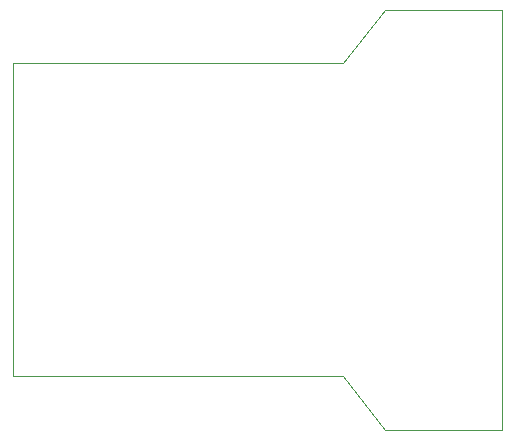
<source format=gbr>
G04 #@! TF.GenerationSoftware,KiCad,Pcbnew,5.1.5-52549c5~84~ubuntu18.04.1*
G04 #@! TF.CreationDate,2020-02-05T16:10:53-05:00*
G04 #@! TF.ProjectId,ultrasonic,756c7472-6173-46f6-9e69-632e6b696361,rev?*
G04 #@! TF.SameCoordinates,Original*
G04 #@! TF.FileFunction,Profile,NP*
%FSLAX46Y46*%
G04 Gerber Fmt 4.6, Leading zero omitted, Abs format (unit mm)*
G04 Created by KiCad (PCBNEW 5.1.5-52549c5~84~ubuntu18.04.1) date 2020-02-05 16:10:53*
%MOMM*%
%LPD*%
G04 APERTURE LIST*
%ADD10C,0.050000*%
G04 APERTURE END LIST*
D10*
X103124000Y-119761000D02*
X103124000Y-93218000D01*
X131064000Y-119761000D02*
X103124000Y-119761000D01*
X134620000Y-124333000D02*
X131064000Y-119761000D01*
X144526000Y-124333000D02*
X134620000Y-124333000D01*
X144526000Y-88773000D02*
X144526000Y-124333000D01*
X134620000Y-88773000D02*
X144526000Y-88773000D01*
X131064000Y-93218000D02*
X134620000Y-88773000D01*
X103124000Y-93218000D02*
X131064000Y-93218000D01*
M02*

</source>
